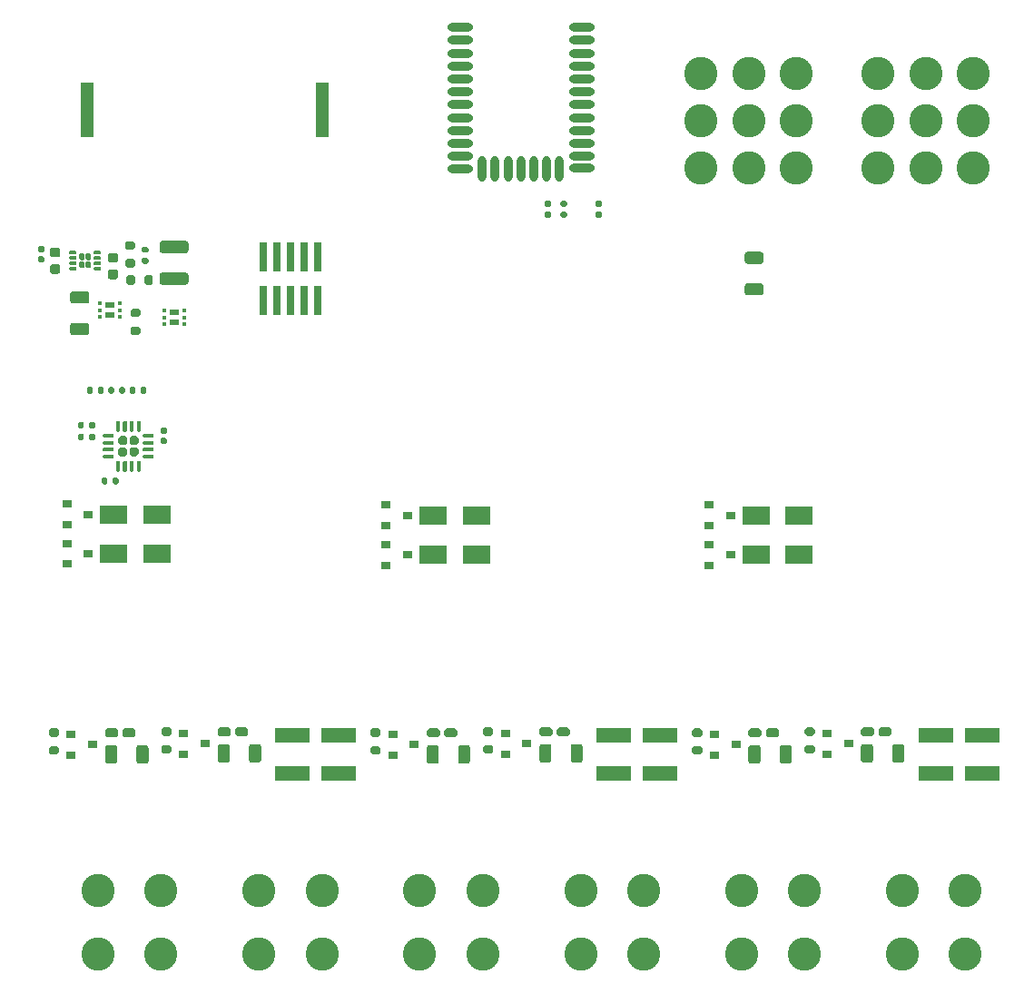
<source format=gbr>
%TF.GenerationSoftware,KiCad,Pcbnew,(5.1.9-0-10_14)*%
%TF.CreationDate,2021-05-26T20:10:19-07:00*%
%TF.ProjectId,tp_radio_board,74705f72-6164-4696-9f5f-626f6172642e,rev?*%
%TF.SameCoordinates,Original*%
%TF.FileFunction,Paste,Top*%
%TF.FilePolarity,Positive*%
%FSLAX46Y46*%
G04 Gerber Fmt 4.6, Leading zero omitted, Abs format (unit mm)*
G04 Created by KiCad (PCBNEW (5.1.9-0-10_14)) date 2021-05-26 20:10:19*
%MOMM*%
%LPD*%
G01*
G04 APERTURE LIST*
%ADD10O,2.400000X0.800000*%
%ADD11O,0.800000X2.400000*%
%ADD12R,0.762000X2.794000*%
%ADD13R,0.900000X0.800000*%
%ADD14C,3.100000*%
%ADD15R,0.950000X0.613000*%
%ADD16R,0.325000X0.300000*%
%ADD17R,3.300000X1.400000*%
%ADD18R,2.500000X1.800000*%
%ADD19R,1.270000X5.080000*%
G04 APERTURE END LIST*
D10*
%TO.C,U1*%
X63850000Y-95550000D03*
X63850000Y-96750000D03*
X63850000Y-97950000D03*
X63850000Y-99150000D03*
X63850000Y-100350000D03*
X63850000Y-101550000D03*
X63850000Y-102750000D03*
X63850000Y-103950000D03*
X63850000Y-105150000D03*
X63850000Y-106350000D03*
X63850000Y-107550000D03*
X63850000Y-108750000D03*
D11*
X65900000Y-108750000D03*
X67100000Y-108750000D03*
X68300000Y-108750000D03*
X69500000Y-108750000D03*
X70700000Y-108750000D03*
X71900000Y-108750000D03*
X73100000Y-108750000D03*
D10*
X75150000Y-108650000D03*
X75150000Y-107550000D03*
X75150000Y-106350000D03*
X75150000Y-105150000D03*
X75150000Y-103950000D03*
X75150000Y-102750000D03*
X75150000Y-101550000D03*
X75150000Y-100350000D03*
X75150000Y-99150000D03*
X75150000Y-97950000D03*
X75150000Y-96750000D03*
X75150000Y-95550000D03*
%TD*%
D12*
%TO.C,J1*%
X45460000Y-121032000D03*
X45460000Y-116968000D03*
X46730000Y-121032000D03*
X46730000Y-116968000D03*
X48000000Y-121032000D03*
X48000000Y-116968000D03*
X49270000Y-121032000D03*
X49270000Y-116968000D03*
X50540000Y-121032000D03*
X50540000Y-116968000D03*
%TD*%
%TO.C,D12*%
G36*
G01*
X102840000Y-161462500D02*
X102840000Y-161037500D01*
G75*
G02*
X103052500Y-160825000I212500J0D01*
G01*
X103852500Y-160825000D01*
G75*
G02*
X104065000Y-161037500I0J-212500D01*
G01*
X104065000Y-161462500D01*
G75*
G02*
X103852500Y-161675000I-212500J0D01*
G01*
X103052500Y-161675000D01*
G75*
G02*
X102840000Y-161462500I0J212500D01*
G01*
G37*
G36*
G01*
X101215000Y-161462500D02*
X101215000Y-161037500D01*
G75*
G02*
X101427500Y-160825000I212500J0D01*
G01*
X102227500Y-160825000D01*
G75*
G02*
X102440000Y-161037500I0J-212500D01*
G01*
X102440000Y-161462500D01*
G75*
G02*
X102227500Y-161675000I-212500J0D01*
G01*
X101427500Y-161675000D01*
G75*
G02*
X101215000Y-161462500I0J212500D01*
G01*
G37*
%TD*%
%TO.C,D11*%
G36*
G01*
X72840000Y-161462500D02*
X72840000Y-161037500D01*
G75*
G02*
X73052500Y-160825000I212500J0D01*
G01*
X73852500Y-160825000D01*
G75*
G02*
X74065000Y-161037500I0J-212500D01*
G01*
X74065000Y-161462500D01*
G75*
G02*
X73852500Y-161675000I-212500J0D01*
G01*
X73052500Y-161675000D01*
G75*
G02*
X72840000Y-161462500I0J212500D01*
G01*
G37*
G36*
G01*
X71215000Y-161462500D02*
X71215000Y-161037500D01*
G75*
G02*
X71427500Y-160825000I212500J0D01*
G01*
X72227500Y-160825000D01*
G75*
G02*
X72440000Y-161037500I0J-212500D01*
G01*
X72440000Y-161462500D01*
G75*
G02*
X72227500Y-161675000I-212500J0D01*
G01*
X71427500Y-161675000D01*
G75*
G02*
X71215000Y-161462500I0J212500D01*
G01*
G37*
%TD*%
%TO.C,D10*%
G36*
G01*
X42840000Y-161462500D02*
X42840000Y-161037500D01*
G75*
G02*
X43052500Y-160825000I212500J0D01*
G01*
X43852500Y-160825000D01*
G75*
G02*
X44065000Y-161037500I0J-212500D01*
G01*
X44065000Y-161462500D01*
G75*
G02*
X43852500Y-161675000I-212500J0D01*
G01*
X43052500Y-161675000D01*
G75*
G02*
X42840000Y-161462500I0J212500D01*
G01*
G37*
G36*
G01*
X41215000Y-161462500D02*
X41215000Y-161037500D01*
G75*
G02*
X41427500Y-160825000I212500J0D01*
G01*
X42227500Y-160825000D01*
G75*
G02*
X42440000Y-161037500I0J-212500D01*
G01*
X42440000Y-161462500D01*
G75*
G02*
X42227500Y-161675000I-212500J0D01*
G01*
X41427500Y-161675000D01*
G75*
G02*
X41215000Y-161462500I0J212500D01*
G01*
G37*
%TD*%
%TO.C,R24*%
G36*
G01*
X42340000Y-162624997D02*
X42340000Y-163875003D01*
G75*
G02*
X42090003Y-164125000I-249997J0D01*
G01*
X41464997Y-164125000D01*
G75*
G02*
X41215000Y-163875003I0J249997D01*
G01*
X41215000Y-162624997D01*
G75*
G02*
X41464997Y-162375000I249997J0D01*
G01*
X42090003Y-162375000D01*
G75*
G02*
X42340000Y-162624997I0J-249997D01*
G01*
G37*
G36*
G01*
X45265000Y-162624997D02*
X45265000Y-163875003D01*
G75*
G02*
X45015003Y-164125000I-249997J0D01*
G01*
X44389997Y-164125000D01*
G75*
G02*
X44140000Y-163875003I0J249997D01*
G01*
X44140000Y-162624997D01*
G75*
G02*
X44389997Y-162375000I249997J0D01*
G01*
X45015003Y-162375000D01*
G75*
G02*
X45265000Y-162624997I0J-249997D01*
G01*
G37*
%TD*%
%TO.C,R26*%
G36*
G01*
X102340000Y-162624997D02*
X102340000Y-163875003D01*
G75*
G02*
X102090003Y-164125000I-249997J0D01*
G01*
X101464997Y-164125000D01*
G75*
G02*
X101215000Y-163875003I0J249997D01*
G01*
X101215000Y-162624997D01*
G75*
G02*
X101464997Y-162375000I249997J0D01*
G01*
X102090003Y-162375000D01*
G75*
G02*
X102340000Y-162624997I0J-249997D01*
G01*
G37*
G36*
G01*
X105265000Y-162624997D02*
X105265000Y-163875003D01*
G75*
G02*
X105015003Y-164125000I-249997J0D01*
G01*
X104389997Y-164125000D01*
G75*
G02*
X104140000Y-163875003I0J249997D01*
G01*
X104140000Y-162624997D01*
G75*
G02*
X104389997Y-162375000I249997J0D01*
G01*
X105015003Y-162375000D01*
G75*
G02*
X105265000Y-162624997I0J-249997D01*
G01*
G37*
%TD*%
%TO.C,R25*%
G36*
G01*
X72340000Y-162624997D02*
X72340000Y-163875003D01*
G75*
G02*
X72090003Y-164125000I-249997J0D01*
G01*
X71464997Y-164125000D01*
G75*
G02*
X71215000Y-163875003I0J249997D01*
G01*
X71215000Y-162624997D01*
G75*
G02*
X71464997Y-162375000I249997J0D01*
G01*
X72090003Y-162375000D01*
G75*
G02*
X72340000Y-162624997I0J-249997D01*
G01*
G37*
G36*
G01*
X75265000Y-162624997D02*
X75265000Y-163875003D01*
G75*
G02*
X75015003Y-164125000I-249997J0D01*
G01*
X74389997Y-164125000D01*
G75*
G02*
X74140000Y-163875003I0J249997D01*
G01*
X74140000Y-162624997D01*
G75*
G02*
X74389997Y-162375000I249997J0D01*
G01*
X75015003Y-162375000D01*
G75*
G02*
X75265000Y-162624997I0J-249997D01*
G01*
G37*
%TD*%
%TO.C,R21*%
G36*
G01*
X36715000Y-161625000D02*
X36165000Y-161625000D01*
G75*
G02*
X35965000Y-161425000I0J200000D01*
G01*
X35965000Y-161025000D01*
G75*
G02*
X36165000Y-160825000I200000J0D01*
G01*
X36715000Y-160825000D01*
G75*
G02*
X36915000Y-161025000I0J-200000D01*
G01*
X36915000Y-161425000D01*
G75*
G02*
X36715000Y-161625000I-200000J0D01*
G01*
G37*
G36*
G01*
X36715000Y-163275000D02*
X36165000Y-163275000D01*
G75*
G02*
X35965000Y-163075000I0J200000D01*
G01*
X35965000Y-162675000D01*
G75*
G02*
X36165000Y-162475000I200000J0D01*
G01*
X36715000Y-162475000D01*
G75*
G02*
X36915000Y-162675000I0J-200000D01*
G01*
X36915000Y-163075000D01*
G75*
G02*
X36715000Y-163275000I-200000J0D01*
G01*
G37*
%TD*%
%TO.C,R23*%
G36*
G01*
X96715000Y-161625000D02*
X96165000Y-161625000D01*
G75*
G02*
X95965000Y-161425000I0J200000D01*
G01*
X95965000Y-161025000D01*
G75*
G02*
X96165000Y-160825000I200000J0D01*
G01*
X96715000Y-160825000D01*
G75*
G02*
X96915000Y-161025000I0J-200000D01*
G01*
X96915000Y-161425000D01*
G75*
G02*
X96715000Y-161625000I-200000J0D01*
G01*
G37*
G36*
G01*
X96715000Y-163275000D02*
X96165000Y-163275000D01*
G75*
G02*
X95965000Y-163075000I0J200000D01*
G01*
X95965000Y-162675000D01*
G75*
G02*
X96165000Y-162475000I200000J0D01*
G01*
X96715000Y-162475000D01*
G75*
G02*
X96915000Y-162675000I0J-200000D01*
G01*
X96915000Y-163075000D01*
G75*
G02*
X96715000Y-163275000I-200000J0D01*
G01*
G37*
%TD*%
%TO.C,R22*%
G36*
G01*
X66715000Y-161625000D02*
X66165000Y-161625000D01*
G75*
G02*
X65965000Y-161425000I0J200000D01*
G01*
X65965000Y-161025000D01*
G75*
G02*
X66165000Y-160825000I200000J0D01*
G01*
X66715000Y-160825000D01*
G75*
G02*
X66915000Y-161025000I0J-200000D01*
G01*
X66915000Y-161425000D01*
G75*
G02*
X66715000Y-161625000I-200000J0D01*
G01*
G37*
G36*
G01*
X66715000Y-163275000D02*
X66165000Y-163275000D01*
G75*
G02*
X65965000Y-163075000I0J200000D01*
G01*
X65965000Y-162675000D01*
G75*
G02*
X66165000Y-162475000I200000J0D01*
G01*
X66715000Y-162475000D01*
G75*
G02*
X66915000Y-162675000I0J-200000D01*
G01*
X66915000Y-163075000D01*
G75*
G02*
X66715000Y-163275000I-200000J0D01*
G01*
G37*
%TD*%
%TO.C,R16*%
G36*
G01*
X31840000Y-162724997D02*
X31840000Y-163975003D01*
G75*
G02*
X31590003Y-164225000I-249997J0D01*
G01*
X30964997Y-164225000D01*
G75*
G02*
X30715000Y-163975003I0J249997D01*
G01*
X30715000Y-162724997D01*
G75*
G02*
X30964997Y-162475000I249997J0D01*
G01*
X31590003Y-162475000D01*
G75*
G02*
X31840000Y-162724997I0J-249997D01*
G01*
G37*
G36*
G01*
X34765000Y-162724997D02*
X34765000Y-163975003D01*
G75*
G02*
X34515003Y-164225000I-249997J0D01*
G01*
X33889997Y-164225000D01*
G75*
G02*
X33640000Y-163975003I0J249997D01*
G01*
X33640000Y-162724997D01*
G75*
G02*
X33889997Y-162475000I249997J0D01*
G01*
X34515003Y-162475000D01*
G75*
G02*
X34765000Y-162724997I0J-249997D01*
G01*
G37*
%TD*%
%TO.C,R18*%
G36*
G01*
X91840000Y-162724997D02*
X91840000Y-163975003D01*
G75*
G02*
X91590003Y-164225000I-249997J0D01*
G01*
X90964997Y-164225000D01*
G75*
G02*
X90715000Y-163975003I0J249997D01*
G01*
X90715000Y-162724997D01*
G75*
G02*
X90964997Y-162475000I249997J0D01*
G01*
X91590003Y-162475000D01*
G75*
G02*
X91840000Y-162724997I0J-249997D01*
G01*
G37*
G36*
G01*
X94765000Y-162724997D02*
X94765000Y-163975003D01*
G75*
G02*
X94515003Y-164225000I-249997J0D01*
G01*
X93889997Y-164225000D01*
G75*
G02*
X93640000Y-163975003I0J249997D01*
G01*
X93640000Y-162724997D01*
G75*
G02*
X93889997Y-162475000I249997J0D01*
G01*
X94515003Y-162475000D01*
G75*
G02*
X94765000Y-162724997I0J-249997D01*
G01*
G37*
%TD*%
%TO.C,R17*%
G36*
G01*
X61840000Y-162724997D02*
X61840000Y-163975003D01*
G75*
G02*
X61590003Y-164225000I-249997J0D01*
G01*
X60964997Y-164225000D01*
G75*
G02*
X60715000Y-163975003I0J249997D01*
G01*
X60715000Y-162724997D01*
G75*
G02*
X60964997Y-162475000I249997J0D01*
G01*
X61590003Y-162475000D01*
G75*
G02*
X61840000Y-162724997I0J-249997D01*
G01*
G37*
G36*
G01*
X64765000Y-162724997D02*
X64765000Y-163975003D01*
G75*
G02*
X64515003Y-164225000I-249997J0D01*
G01*
X63889997Y-164225000D01*
G75*
G02*
X63640000Y-163975003I0J249997D01*
G01*
X63640000Y-162724997D01*
G75*
G02*
X63889997Y-162475000I249997J0D01*
G01*
X64515003Y-162475000D01*
G75*
G02*
X64765000Y-162724997I0J-249997D01*
G01*
G37*
%TD*%
%TO.C,R13*%
G36*
G01*
X26215000Y-161725000D02*
X25665000Y-161725000D01*
G75*
G02*
X25465000Y-161525000I0J200000D01*
G01*
X25465000Y-161125000D01*
G75*
G02*
X25665000Y-160925000I200000J0D01*
G01*
X26215000Y-160925000D01*
G75*
G02*
X26415000Y-161125000I0J-200000D01*
G01*
X26415000Y-161525000D01*
G75*
G02*
X26215000Y-161725000I-200000J0D01*
G01*
G37*
G36*
G01*
X26215000Y-163375000D02*
X25665000Y-163375000D01*
G75*
G02*
X25465000Y-163175000I0J200000D01*
G01*
X25465000Y-162775000D01*
G75*
G02*
X25665000Y-162575000I200000J0D01*
G01*
X26215000Y-162575000D01*
G75*
G02*
X26415000Y-162775000I0J-200000D01*
G01*
X26415000Y-163175000D01*
G75*
G02*
X26215000Y-163375000I-200000J0D01*
G01*
G37*
%TD*%
%TO.C,R15*%
G36*
G01*
X86215000Y-161725000D02*
X85665000Y-161725000D01*
G75*
G02*
X85465000Y-161525000I0J200000D01*
G01*
X85465000Y-161125000D01*
G75*
G02*
X85665000Y-160925000I200000J0D01*
G01*
X86215000Y-160925000D01*
G75*
G02*
X86415000Y-161125000I0J-200000D01*
G01*
X86415000Y-161525000D01*
G75*
G02*
X86215000Y-161725000I-200000J0D01*
G01*
G37*
G36*
G01*
X86215000Y-163375000D02*
X85665000Y-163375000D01*
G75*
G02*
X85465000Y-163175000I0J200000D01*
G01*
X85465000Y-162775000D01*
G75*
G02*
X85665000Y-162575000I200000J0D01*
G01*
X86215000Y-162575000D01*
G75*
G02*
X86415000Y-162775000I0J-200000D01*
G01*
X86415000Y-163175000D01*
G75*
G02*
X86215000Y-163375000I-200000J0D01*
G01*
G37*
%TD*%
%TO.C,R14*%
G36*
G01*
X56215000Y-161725000D02*
X55665000Y-161725000D01*
G75*
G02*
X55465000Y-161525000I0J200000D01*
G01*
X55465000Y-161125000D01*
G75*
G02*
X55665000Y-160925000I200000J0D01*
G01*
X56215000Y-160925000D01*
G75*
G02*
X56415000Y-161125000I0J-200000D01*
G01*
X56415000Y-161525000D01*
G75*
G02*
X56215000Y-161725000I-200000J0D01*
G01*
G37*
G36*
G01*
X56215000Y-163375000D02*
X55665000Y-163375000D01*
G75*
G02*
X55465000Y-163175000I0J200000D01*
G01*
X55465000Y-162775000D01*
G75*
G02*
X55665000Y-162575000I200000J0D01*
G01*
X56215000Y-162575000D01*
G75*
G02*
X56415000Y-162775000I0J-200000D01*
G01*
X56415000Y-163175000D01*
G75*
G02*
X56215000Y-163375000I-200000J0D01*
G01*
G37*
%TD*%
D13*
%TO.C,Q10*%
X40040000Y-162350000D03*
X38040000Y-163300000D03*
X38040000Y-161400000D03*
%TD*%
%TO.C,Q12*%
X100040000Y-162350000D03*
X98040000Y-163300000D03*
X98040000Y-161400000D03*
%TD*%
%TO.C,Q11*%
X70040000Y-162350000D03*
X68040000Y-163300000D03*
X68040000Y-161400000D03*
%TD*%
%TO.C,Q7*%
X29540000Y-162450000D03*
X27540000Y-163400000D03*
X27540000Y-161500000D03*
%TD*%
%TO.C,Q9*%
X89540000Y-162450000D03*
X87540000Y-163400000D03*
X87540000Y-161500000D03*
%TD*%
%TO.C,Q8*%
X59540000Y-162450000D03*
X57540000Y-163400000D03*
X57540000Y-161500000D03*
%TD*%
%TO.C,D7*%
G36*
G01*
X32340000Y-161562500D02*
X32340000Y-161137500D01*
G75*
G02*
X32552500Y-160925000I212500J0D01*
G01*
X33352500Y-160925000D01*
G75*
G02*
X33565000Y-161137500I0J-212500D01*
G01*
X33565000Y-161562500D01*
G75*
G02*
X33352500Y-161775000I-212500J0D01*
G01*
X32552500Y-161775000D01*
G75*
G02*
X32340000Y-161562500I0J212500D01*
G01*
G37*
G36*
G01*
X30715000Y-161562500D02*
X30715000Y-161137500D01*
G75*
G02*
X30927500Y-160925000I212500J0D01*
G01*
X31727500Y-160925000D01*
G75*
G02*
X31940000Y-161137500I0J-212500D01*
G01*
X31940000Y-161562500D01*
G75*
G02*
X31727500Y-161775000I-212500J0D01*
G01*
X30927500Y-161775000D01*
G75*
G02*
X30715000Y-161562500I0J212500D01*
G01*
G37*
%TD*%
%TO.C,D9*%
G36*
G01*
X92340000Y-161562500D02*
X92340000Y-161137500D01*
G75*
G02*
X92552500Y-160925000I212500J0D01*
G01*
X93352500Y-160925000D01*
G75*
G02*
X93565000Y-161137500I0J-212500D01*
G01*
X93565000Y-161562500D01*
G75*
G02*
X93352500Y-161775000I-212500J0D01*
G01*
X92552500Y-161775000D01*
G75*
G02*
X92340000Y-161562500I0J212500D01*
G01*
G37*
G36*
G01*
X90715000Y-161562500D02*
X90715000Y-161137500D01*
G75*
G02*
X90927500Y-160925000I212500J0D01*
G01*
X91727500Y-160925000D01*
G75*
G02*
X91940000Y-161137500I0J-212500D01*
G01*
X91940000Y-161562500D01*
G75*
G02*
X91727500Y-161775000I-212500J0D01*
G01*
X90927500Y-161775000D01*
G75*
G02*
X90715000Y-161562500I0J212500D01*
G01*
G37*
%TD*%
%TO.C,D8*%
G36*
G01*
X62340000Y-161562500D02*
X62340000Y-161137500D01*
G75*
G02*
X62552500Y-160925000I212500J0D01*
G01*
X63352500Y-160925000D01*
G75*
G02*
X63565000Y-161137500I0J-212500D01*
G01*
X63565000Y-161562500D01*
G75*
G02*
X63352500Y-161775000I-212500J0D01*
G01*
X62552500Y-161775000D01*
G75*
G02*
X62340000Y-161562500I0J212500D01*
G01*
G37*
G36*
G01*
X60715000Y-161562500D02*
X60715000Y-161137500D01*
G75*
G02*
X60927500Y-160925000I212500J0D01*
G01*
X61727500Y-160925000D01*
G75*
G02*
X61940000Y-161137500I0J-212500D01*
G01*
X61940000Y-161562500D01*
G75*
G02*
X61727500Y-161775000I-212500J0D01*
G01*
X60927500Y-161775000D01*
G75*
G02*
X60715000Y-161562500I0J212500D01*
G01*
G37*
%TD*%
D14*
%TO.C,J10*%
X90750000Y-104250000D03*
X90750000Y-108685000D03*
X86315000Y-104250000D03*
X90750000Y-99815000D03*
X95185000Y-104250000D03*
X86315000Y-99815000D03*
X95185000Y-99815000D03*
X95185000Y-108685000D03*
X86315000Y-108685000D03*
%TD*%
%TO.C,J8*%
X107250000Y-104250000D03*
X107250000Y-108685000D03*
X102815000Y-104250000D03*
X107250000Y-99815000D03*
X111685000Y-104250000D03*
X102815000Y-99815000D03*
X111685000Y-99815000D03*
X111685000Y-108685000D03*
X102815000Y-108685000D03*
%TD*%
%TO.C,J7*%
X105065000Y-176065000D03*
X110935000Y-176065000D03*
X110935000Y-181935000D03*
X105065000Y-181935000D03*
%TD*%
%TO.C,J6*%
X75065000Y-176065000D03*
X80935000Y-176065000D03*
X80935000Y-181935000D03*
X75065000Y-181935000D03*
%TD*%
%TO.C,J5*%
X45065000Y-176065000D03*
X50935000Y-176065000D03*
X50935000Y-181935000D03*
X45065000Y-181935000D03*
%TD*%
%TO.C,J4*%
X90065000Y-176065000D03*
X95935000Y-176065000D03*
X95935000Y-181935000D03*
X90065000Y-181935000D03*
%TD*%
%TO.C,J3*%
X60065000Y-176065000D03*
X65935000Y-176065000D03*
X65935000Y-181935000D03*
X60065000Y-181935000D03*
%TD*%
%TO.C,J2*%
X30065000Y-176065000D03*
X35935000Y-176065000D03*
X35935000Y-181935000D03*
X30065000Y-181935000D03*
%TD*%
%TO.C,R20*%
G36*
G01*
X91875003Y-117600000D02*
X90624997Y-117600000D01*
G75*
G02*
X90375000Y-117350003I0J249997D01*
G01*
X90375000Y-116724997D01*
G75*
G02*
X90624997Y-116475000I249997J0D01*
G01*
X91875003Y-116475000D01*
G75*
G02*
X92125000Y-116724997I0J-249997D01*
G01*
X92125000Y-117350003D01*
G75*
G02*
X91875003Y-117600000I-249997J0D01*
G01*
G37*
G36*
G01*
X91875003Y-120525000D02*
X90624997Y-120525000D01*
G75*
G02*
X90375000Y-120275003I0J249997D01*
G01*
X90375000Y-119649997D01*
G75*
G02*
X90624997Y-119400000I249997J0D01*
G01*
X91875003Y-119400000D01*
G75*
G02*
X92125000Y-119649997I0J-249997D01*
G01*
X92125000Y-120275003D01*
G75*
G02*
X91875003Y-120525000I-249997J0D01*
G01*
G37*
%TD*%
%TO.C,R19*%
G36*
G01*
X76935000Y-112260000D02*
X76565000Y-112260000D01*
G75*
G02*
X76430000Y-112125000I0J135000D01*
G01*
X76430000Y-111855000D01*
G75*
G02*
X76565000Y-111720000I135000J0D01*
G01*
X76935000Y-111720000D01*
G75*
G02*
X77070000Y-111855000I0J-135000D01*
G01*
X77070000Y-112125000D01*
G75*
G02*
X76935000Y-112260000I-135000J0D01*
G01*
G37*
G36*
G01*
X76935000Y-113280000D02*
X76565000Y-113280000D01*
G75*
G02*
X76430000Y-113145000I0J135000D01*
G01*
X76430000Y-112875000D01*
G75*
G02*
X76565000Y-112740000I135000J0D01*
G01*
X76935000Y-112740000D01*
G75*
G02*
X77070000Y-112875000I0J-135000D01*
G01*
X77070000Y-113145000D01*
G75*
G02*
X76935000Y-113280000I-135000J0D01*
G01*
G37*
%TD*%
D15*
%TO.C,U6*%
X37150000Y-122133500D03*
X37150000Y-123066500D03*
D16*
X38075000Y-121950000D03*
X38075000Y-123250000D03*
X38075000Y-122600000D03*
X36225000Y-123250000D03*
X36225000Y-122600000D03*
X36225000Y-121950000D03*
%TD*%
D15*
%TO.C,U5*%
X31150000Y-121433500D03*
X31150000Y-122366500D03*
D16*
X32075000Y-121250000D03*
X32075000Y-122550000D03*
X32075000Y-121900000D03*
X30225000Y-122550000D03*
X30225000Y-121900000D03*
X30225000Y-121250000D03*
%TD*%
%TO.C,U4*%
G36*
G01*
X28890000Y-117870000D02*
X28890000Y-117480000D01*
G75*
G02*
X29020000Y-117350000I130000J0D01*
G01*
X29280000Y-117350000D01*
G75*
G02*
X29410000Y-117480000I0J-130000D01*
G01*
X29410000Y-117870000D01*
G75*
G02*
X29280000Y-118000000I-130000J0D01*
G01*
X29020000Y-118000000D01*
G75*
G02*
X28890000Y-117870000I0J130000D01*
G01*
G37*
G36*
G01*
X28890000Y-117120000D02*
X28890000Y-116730000D01*
G75*
G02*
X29020000Y-116600000I130000J0D01*
G01*
X29280000Y-116600000D01*
G75*
G02*
X29410000Y-116730000I0J-130000D01*
G01*
X29410000Y-117120000D01*
G75*
G02*
X29280000Y-117250000I-130000J0D01*
G01*
X29020000Y-117250000D01*
G75*
G02*
X28890000Y-117120000I0J130000D01*
G01*
G37*
G36*
G01*
X28290000Y-117870000D02*
X28290000Y-117480000D01*
G75*
G02*
X28420000Y-117350000I130000J0D01*
G01*
X28680000Y-117350000D01*
G75*
G02*
X28810000Y-117480000I0J-130000D01*
G01*
X28810000Y-117870000D01*
G75*
G02*
X28680000Y-118000000I-130000J0D01*
G01*
X28420000Y-118000000D01*
G75*
G02*
X28290000Y-117870000I0J130000D01*
G01*
G37*
G36*
G01*
X28290000Y-117120000D02*
X28290000Y-116730000D01*
G75*
G02*
X28420000Y-116600000I130000J0D01*
G01*
X28680000Y-116600000D01*
G75*
G02*
X28810000Y-116730000I0J-130000D01*
G01*
X28810000Y-117120000D01*
G75*
G02*
X28680000Y-117250000I-130000J0D01*
G01*
X28420000Y-117250000D01*
G75*
G02*
X28290000Y-117120000I0J130000D01*
G01*
G37*
G36*
G01*
X29650000Y-116637500D02*
X29650000Y-116462500D01*
G75*
G02*
X29737500Y-116375000I87500J0D01*
G01*
X30237500Y-116375000D01*
G75*
G02*
X30325000Y-116462500I0J-87500D01*
G01*
X30325000Y-116637500D01*
G75*
G02*
X30237500Y-116725000I-87500J0D01*
G01*
X29737500Y-116725000D01*
G75*
G02*
X29650000Y-116637500I0J87500D01*
G01*
G37*
G36*
G01*
X29650000Y-117137500D02*
X29650000Y-116962500D01*
G75*
G02*
X29737500Y-116875000I87500J0D01*
G01*
X30237500Y-116875000D01*
G75*
G02*
X30325000Y-116962500I0J-87500D01*
G01*
X30325000Y-117137500D01*
G75*
G02*
X30237500Y-117225000I-87500J0D01*
G01*
X29737500Y-117225000D01*
G75*
G02*
X29650000Y-117137500I0J87500D01*
G01*
G37*
G36*
G01*
X29650000Y-117637500D02*
X29650000Y-117462500D01*
G75*
G02*
X29737500Y-117375000I87500J0D01*
G01*
X30237500Y-117375000D01*
G75*
G02*
X30325000Y-117462500I0J-87500D01*
G01*
X30325000Y-117637500D01*
G75*
G02*
X30237500Y-117725000I-87500J0D01*
G01*
X29737500Y-117725000D01*
G75*
G02*
X29650000Y-117637500I0J87500D01*
G01*
G37*
G36*
G01*
X29650000Y-118137500D02*
X29650000Y-117962500D01*
G75*
G02*
X29737500Y-117875000I87500J0D01*
G01*
X30237500Y-117875000D01*
G75*
G02*
X30325000Y-117962500I0J-87500D01*
G01*
X30325000Y-118137500D01*
G75*
G02*
X30237500Y-118225000I-87500J0D01*
G01*
X29737500Y-118225000D01*
G75*
G02*
X29650000Y-118137500I0J87500D01*
G01*
G37*
G36*
G01*
X27375000Y-118137500D02*
X27375000Y-117962500D01*
G75*
G02*
X27462500Y-117875000I87500J0D01*
G01*
X27962500Y-117875000D01*
G75*
G02*
X28050000Y-117962500I0J-87500D01*
G01*
X28050000Y-118137500D01*
G75*
G02*
X27962500Y-118225000I-87500J0D01*
G01*
X27462500Y-118225000D01*
G75*
G02*
X27375000Y-118137500I0J87500D01*
G01*
G37*
G36*
G01*
X27375000Y-117637500D02*
X27375000Y-117462500D01*
G75*
G02*
X27462500Y-117375000I87500J0D01*
G01*
X27962500Y-117375000D01*
G75*
G02*
X28050000Y-117462500I0J-87500D01*
G01*
X28050000Y-117637500D01*
G75*
G02*
X27962500Y-117725000I-87500J0D01*
G01*
X27462500Y-117725000D01*
G75*
G02*
X27375000Y-117637500I0J87500D01*
G01*
G37*
G36*
G01*
X27375000Y-117137500D02*
X27375000Y-116962500D01*
G75*
G02*
X27462500Y-116875000I87500J0D01*
G01*
X27962500Y-116875000D01*
G75*
G02*
X28050000Y-116962500I0J-87500D01*
G01*
X28050000Y-117137500D01*
G75*
G02*
X27962500Y-117225000I-87500J0D01*
G01*
X27462500Y-117225000D01*
G75*
G02*
X27375000Y-117137500I0J87500D01*
G01*
G37*
G36*
G01*
X27375000Y-116637500D02*
X27375000Y-116462500D01*
G75*
G02*
X27462500Y-116375000I87500J0D01*
G01*
X27962500Y-116375000D01*
G75*
G02*
X28050000Y-116462500I0J-87500D01*
G01*
X28050000Y-116637500D01*
G75*
G02*
X27962500Y-116725000I-87500J0D01*
G01*
X27462500Y-116725000D01*
G75*
G02*
X27375000Y-116637500I0J87500D01*
G01*
G37*
%TD*%
%TO.C,R30*%
G36*
G01*
X33525000Y-118825000D02*
X33525000Y-119375000D01*
G75*
G02*
X33325000Y-119575000I-200000J0D01*
G01*
X32925000Y-119575000D01*
G75*
G02*
X32725000Y-119375000I0J200000D01*
G01*
X32725000Y-118825000D01*
G75*
G02*
X32925000Y-118625000I200000J0D01*
G01*
X33325000Y-118625000D01*
G75*
G02*
X33525000Y-118825000I0J-200000D01*
G01*
G37*
G36*
G01*
X35175000Y-118825000D02*
X35175000Y-119375000D01*
G75*
G02*
X34975000Y-119575000I-200000J0D01*
G01*
X34575000Y-119575000D01*
G75*
G02*
X34375000Y-119375000I0J200000D01*
G01*
X34375000Y-118825000D01*
G75*
G02*
X34575000Y-118625000I200000J0D01*
G01*
X34975000Y-118625000D01*
G75*
G02*
X35175000Y-118825000I0J-200000D01*
G01*
G37*
%TD*%
%TO.C,R29*%
G36*
G01*
X32775000Y-117125000D02*
X33325000Y-117125000D01*
G75*
G02*
X33525000Y-117325000I0J-200000D01*
G01*
X33525000Y-117725000D01*
G75*
G02*
X33325000Y-117925000I-200000J0D01*
G01*
X32775000Y-117925000D01*
G75*
G02*
X32575000Y-117725000I0J200000D01*
G01*
X32575000Y-117325000D01*
G75*
G02*
X32775000Y-117125000I200000J0D01*
G01*
G37*
G36*
G01*
X32775000Y-115475000D02*
X33325000Y-115475000D01*
G75*
G02*
X33525000Y-115675000I0J-200000D01*
G01*
X33525000Y-116075000D01*
G75*
G02*
X33325000Y-116275000I-200000J0D01*
G01*
X32775000Y-116275000D01*
G75*
G02*
X32575000Y-116075000I0J200000D01*
G01*
X32575000Y-115675000D01*
G75*
G02*
X32775000Y-115475000I200000J0D01*
G01*
G37*
%TD*%
%TO.C,R28*%
G36*
G01*
X33825000Y-122575000D02*
X33275000Y-122575000D01*
G75*
G02*
X33075000Y-122375000I0J200000D01*
G01*
X33075000Y-121975000D01*
G75*
G02*
X33275000Y-121775000I200000J0D01*
G01*
X33825000Y-121775000D01*
G75*
G02*
X34025000Y-121975000I0J-200000D01*
G01*
X34025000Y-122375000D01*
G75*
G02*
X33825000Y-122575000I-200000J0D01*
G01*
G37*
G36*
G01*
X33825000Y-124225000D02*
X33275000Y-124225000D01*
G75*
G02*
X33075000Y-124025000I0J200000D01*
G01*
X33075000Y-123625000D01*
G75*
G02*
X33275000Y-123425000I200000J0D01*
G01*
X33825000Y-123425000D01*
G75*
G02*
X34025000Y-123625000I0J-200000D01*
G01*
X34025000Y-124025000D01*
G75*
G02*
X33825000Y-124225000I-200000J0D01*
G01*
G37*
%TD*%
%TO.C,R27*%
G36*
G01*
X34265000Y-117040000D02*
X34635000Y-117040000D01*
G75*
G02*
X34770000Y-117175000I0J-135000D01*
G01*
X34770000Y-117445000D01*
G75*
G02*
X34635000Y-117580000I-135000J0D01*
G01*
X34265000Y-117580000D01*
G75*
G02*
X34130000Y-117445000I0J135000D01*
G01*
X34130000Y-117175000D01*
G75*
G02*
X34265000Y-117040000I135000J0D01*
G01*
G37*
G36*
G01*
X34265000Y-116020000D02*
X34635000Y-116020000D01*
G75*
G02*
X34770000Y-116155000I0J-135000D01*
G01*
X34770000Y-116425000D01*
G75*
G02*
X34635000Y-116560000I-135000J0D01*
G01*
X34265000Y-116560000D01*
G75*
G02*
X34130000Y-116425000I0J135000D01*
G01*
X34130000Y-116155000D01*
G75*
G02*
X34265000Y-116020000I135000J0D01*
G01*
G37*
%TD*%
%TO.C,R12*%
G36*
G01*
X29225000Y-133920000D02*
X29225000Y-133550000D01*
G75*
G02*
X29360000Y-133415000I135000J0D01*
G01*
X29630000Y-133415000D01*
G75*
G02*
X29765000Y-133550000I0J-135000D01*
G01*
X29765000Y-133920000D01*
G75*
G02*
X29630000Y-134055000I-135000J0D01*
G01*
X29360000Y-134055000D01*
G75*
G02*
X29225000Y-133920000I0J135000D01*
G01*
G37*
G36*
G01*
X28205000Y-133920000D02*
X28205000Y-133550000D01*
G75*
G02*
X28340000Y-133415000I135000J0D01*
G01*
X28610000Y-133415000D01*
G75*
G02*
X28745000Y-133550000I0J-135000D01*
G01*
X28745000Y-133920000D01*
G75*
G02*
X28610000Y-134055000I-135000J0D01*
G01*
X28340000Y-134055000D01*
G75*
G02*
X28205000Y-133920000I0J135000D01*
G01*
G37*
%TD*%
%TO.C,R11*%
G36*
G01*
X29225000Y-132820000D02*
X29225000Y-132450000D01*
G75*
G02*
X29360000Y-132315000I135000J0D01*
G01*
X29630000Y-132315000D01*
G75*
G02*
X29765000Y-132450000I0J-135000D01*
G01*
X29765000Y-132820000D01*
G75*
G02*
X29630000Y-132955000I-135000J0D01*
G01*
X29360000Y-132955000D01*
G75*
G02*
X29225000Y-132820000I0J135000D01*
G01*
G37*
G36*
G01*
X28205000Y-132820000D02*
X28205000Y-132450000D01*
G75*
G02*
X28340000Y-132315000I135000J0D01*
G01*
X28610000Y-132315000D01*
G75*
G02*
X28745000Y-132450000I0J-135000D01*
G01*
X28745000Y-132820000D01*
G75*
G02*
X28610000Y-132955000I-135000J0D01*
G01*
X28340000Y-132955000D01*
G75*
G02*
X28205000Y-132820000I0J135000D01*
G01*
G37*
%TD*%
%TO.C,R10*%
G36*
G01*
X30035000Y-129570000D02*
X30035000Y-129200000D01*
G75*
G02*
X30170000Y-129065000I135000J0D01*
G01*
X30440000Y-129065000D01*
G75*
G02*
X30575000Y-129200000I0J-135000D01*
G01*
X30575000Y-129570000D01*
G75*
G02*
X30440000Y-129705000I-135000J0D01*
G01*
X30170000Y-129705000D01*
G75*
G02*
X30035000Y-129570000I0J135000D01*
G01*
G37*
G36*
G01*
X29015000Y-129570000D02*
X29015000Y-129200000D01*
G75*
G02*
X29150000Y-129065000I135000J0D01*
G01*
X29420000Y-129065000D01*
G75*
G02*
X29555000Y-129200000I0J-135000D01*
G01*
X29555000Y-129570000D01*
G75*
G02*
X29420000Y-129705000I-135000J0D01*
G01*
X29150000Y-129705000D01*
G75*
G02*
X29015000Y-129570000I0J135000D01*
G01*
G37*
%TD*%
%TO.C,R9*%
G36*
G01*
X31425000Y-138020000D02*
X31425000Y-137650000D01*
G75*
G02*
X31560000Y-137515000I135000J0D01*
G01*
X31830000Y-137515000D01*
G75*
G02*
X31965000Y-137650000I0J-135000D01*
G01*
X31965000Y-138020000D01*
G75*
G02*
X31830000Y-138155000I-135000J0D01*
G01*
X31560000Y-138155000D01*
G75*
G02*
X31425000Y-138020000I0J135000D01*
G01*
G37*
G36*
G01*
X30405000Y-138020000D02*
X30405000Y-137650000D01*
G75*
G02*
X30540000Y-137515000I135000J0D01*
G01*
X30810000Y-137515000D01*
G75*
G02*
X30945000Y-137650000I0J-135000D01*
G01*
X30945000Y-138020000D01*
G75*
G02*
X30810000Y-138155000I-135000J0D01*
G01*
X30540000Y-138155000D01*
G75*
G02*
X30405000Y-138020000I0J135000D01*
G01*
G37*
%TD*%
%TO.C,R8*%
G36*
G01*
X32035000Y-129570000D02*
X32035000Y-129200000D01*
G75*
G02*
X32170000Y-129065000I135000J0D01*
G01*
X32440000Y-129065000D01*
G75*
G02*
X32575000Y-129200000I0J-135000D01*
G01*
X32575000Y-129570000D01*
G75*
G02*
X32440000Y-129705000I-135000J0D01*
G01*
X32170000Y-129705000D01*
G75*
G02*
X32035000Y-129570000I0J135000D01*
G01*
G37*
G36*
G01*
X31015000Y-129570000D02*
X31015000Y-129200000D01*
G75*
G02*
X31150000Y-129065000I135000J0D01*
G01*
X31420000Y-129065000D01*
G75*
G02*
X31555000Y-129200000I0J-135000D01*
G01*
X31555000Y-129570000D01*
G75*
G02*
X31420000Y-129705000I-135000J0D01*
G01*
X31150000Y-129705000D01*
G75*
G02*
X31015000Y-129570000I0J135000D01*
G01*
G37*
%TD*%
%TO.C,R7*%
G36*
G01*
X34035000Y-129570000D02*
X34035000Y-129200000D01*
G75*
G02*
X34170000Y-129065000I135000J0D01*
G01*
X34440000Y-129065000D01*
G75*
G02*
X34575000Y-129200000I0J-135000D01*
G01*
X34575000Y-129570000D01*
G75*
G02*
X34440000Y-129705000I-135000J0D01*
G01*
X34170000Y-129705000D01*
G75*
G02*
X34035000Y-129570000I0J135000D01*
G01*
G37*
G36*
G01*
X33015000Y-129570000D02*
X33015000Y-129200000D01*
G75*
G02*
X33150000Y-129065000I135000J0D01*
G01*
X33420000Y-129065000D01*
G75*
G02*
X33555000Y-129200000I0J-135000D01*
G01*
X33555000Y-129570000D01*
G75*
G02*
X33420000Y-129705000I-135000J0D01*
G01*
X33150000Y-129705000D01*
G75*
G02*
X33015000Y-129570000I0J135000D01*
G01*
G37*
%TD*%
D17*
%TO.C,R4*%
X52490000Y-161550000D03*
X52490000Y-165150000D03*
X48190000Y-161550000D03*
X48190000Y-165150000D03*
%TD*%
%TO.C,R5*%
X82490000Y-161550000D03*
X82490000Y-165150000D03*
X78190000Y-161550000D03*
X78190000Y-165150000D03*
%TD*%
%TO.C,R3*%
G36*
G01*
X73685000Y-112260000D02*
X73315000Y-112260000D01*
G75*
G02*
X73180000Y-112125000I0J135000D01*
G01*
X73180000Y-111855000D01*
G75*
G02*
X73315000Y-111720000I135000J0D01*
G01*
X73685000Y-111720000D01*
G75*
G02*
X73820000Y-111855000I0J-135000D01*
G01*
X73820000Y-112125000D01*
G75*
G02*
X73685000Y-112260000I-135000J0D01*
G01*
G37*
G36*
G01*
X73685000Y-113280000D02*
X73315000Y-113280000D01*
G75*
G02*
X73180000Y-113145000I0J135000D01*
G01*
X73180000Y-112875000D01*
G75*
G02*
X73315000Y-112740000I135000J0D01*
G01*
X73685000Y-112740000D01*
G75*
G02*
X73820000Y-112875000I0J-135000D01*
G01*
X73820000Y-113145000D01*
G75*
G02*
X73685000Y-113280000I-135000J0D01*
G01*
G37*
%TD*%
%TO.C,R2*%
G36*
G01*
X71815000Y-112740000D02*
X72185000Y-112740000D01*
G75*
G02*
X72320000Y-112875000I0J-135000D01*
G01*
X72320000Y-113145000D01*
G75*
G02*
X72185000Y-113280000I-135000J0D01*
G01*
X71815000Y-113280000D01*
G75*
G02*
X71680000Y-113145000I0J135000D01*
G01*
X71680000Y-112875000D01*
G75*
G02*
X71815000Y-112740000I135000J0D01*
G01*
G37*
G36*
G01*
X71815000Y-111720000D02*
X72185000Y-111720000D01*
G75*
G02*
X72320000Y-111855000I0J-135000D01*
G01*
X72320000Y-112125000D01*
G75*
G02*
X72185000Y-112260000I-135000J0D01*
G01*
X71815000Y-112260000D01*
G75*
G02*
X71680000Y-112125000I0J135000D01*
G01*
X71680000Y-111855000D01*
G75*
G02*
X71815000Y-111720000I135000J0D01*
G01*
G37*
%TD*%
D13*
%TO.C,Q6*%
X89040000Y-141050000D03*
X87040000Y-142000000D03*
X87040000Y-140100000D03*
%TD*%
%TO.C,Q3*%
X89040000Y-144750000D03*
X87040000Y-145700000D03*
X87040000Y-143800000D03*
%TD*%
%TO.C,Q4*%
X29140000Y-140950000D03*
X27140000Y-141900000D03*
X27140000Y-140000000D03*
%TD*%
%TO.C,Q1*%
X29140000Y-144650000D03*
X27140000Y-145600000D03*
X27140000Y-143700000D03*
%TD*%
D18*
%TO.C,D6*%
X91440000Y-141050000D03*
X95440000Y-141050000D03*
%TD*%
%TO.C,D3*%
X91440000Y-144750000D03*
X95440000Y-144750000D03*
%TD*%
%TO.C,D4*%
X31540000Y-140950000D03*
X35540000Y-140950000D03*
%TD*%
%TO.C,D1*%
X31540000Y-144650000D03*
X35540000Y-144650000D03*
%TD*%
%TO.C,C7*%
G36*
G01*
X36049999Y-118400000D02*
X38250001Y-118400000D01*
G75*
G02*
X38500000Y-118649999I0J-249999D01*
G01*
X38500000Y-119300001D01*
G75*
G02*
X38250001Y-119550000I-249999J0D01*
G01*
X36049999Y-119550000D01*
G75*
G02*
X35800000Y-119300001I0J249999D01*
G01*
X35800000Y-118649999D01*
G75*
G02*
X36049999Y-118400000I249999J0D01*
G01*
G37*
G36*
G01*
X36049999Y-115450000D02*
X38250001Y-115450000D01*
G75*
G02*
X38500000Y-115699999I0J-249999D01*
G01*
X38500000Y-116350001D01*
G75*
G02*
X38250001Y-116600000I-249999J0D01*
G01*
X36049999Y-116600000D01*
G75*
G02*
X35800000Y-116350001I0J249999D01*
G01*
X35800000Y-115699999D01*
G75*
G02*
X36049999Y-115450000I249999J0D01*
G01*
G37*
%TD*%
%TO.C,C6*%
G36*
G01*
X31200000Y-118125000D02*
X31700000Y-118125000D01*
G75*
G02*
X31925000Y-118350000I0J-225000D01*
G01*
X31925000Y-118800000D01*
G75*
G02*
X31700000Y-119025000I-225000J0D01*
G01*
X31200000Y-119025000D01*
G75*
G02*
X30975000Y-118800000I0J225000D01*
G01*
X30975000Y-118350000D01*
G75*
G02*
X31200000Y-118125000I225000J0D01*
G01*
G37*
G36*
G01*
X31200000Y-116575000D02*
X31700000Y-116575000D01*
G75*
G02*
X31925000Y-116800000I0J-225000D01*
G01*
X31925000Y-117250000D01*
G75*
G02*
X31700000Y-117475000I-225000J0D01*
G01*
X31200000Y-117475000D01*
G75*
G02*
X30975000Y-117250000I0J225000D01*
G01*
X30975000Y-116800000D01*
G75*
G02*
X31200000Y-116575000I225000J0D01*
G01*
G37*
%TD*%
%TO.C,C5*%
G36*
G01*
X25800000Y-117625000D02*
X26300000Y-117625000D01*
G75*
G02*
X26525000Y-117850000I0J-225000D01*
G01*
X26525000Y-118300000D01*
G75*
G02*
X26300000Y-118525000I-225000J0D01*
G01*
X25800000Y-118525000D01*
G75*
G02*
X25575000Y-118300000I0J225000D01*
G01*
X25575000Y-117850000D01*
G75*
G02*
X25800000Y-117625000I225000J0D01*
G01*
G37*
G36*
G01*
X25800000Y-116075000D02*
X26300000Y-116075000D01*
G75*
G02*
X26525000Y-116300000I0J-225000D01*
G01*
X26525000Y-116750000D01*
G75*
G02*
X26300000Y-116975000I-225000J0D01*
G01*
X25800000Y-116975000D01*
G75*
G02*
X25575000Y-116750000I0J225000D01*
G01*
X25575000Y-116300000D01*
G75*
G02*
X25800000Y-116075000I225000J0D01*
G01*
G37*
%TD*%
%TO.C,C4*%
G36*
G01*
X27699999Y-123100000D02*
X29000001Y-123100000D01*
G75*
G02*
X29250000Y-123349999I0J-249999D01*
G01*
X29250000Y-124000001D01*
G75*
G02*
X29000001Y-124250000I-249999J0D01*
G01*
X27699999Y-124250000D01*
G75*
G02*
X27450000Y-124000001I0J249999D01*
G01*
X27450000Y-123349999D01*
G75*
G02*
X27699999Y-123100000I249999J0D01*
G01*
G37*
G36*
G01*
X27699999Y-120150000D02*
X29000001Y-120150000D01*
G75*
G02*
X29250000Y-120399999I0J-249999D01*
G01*
X29250000Y-121050001D01*
G75*
G02*
X29000001Y-121300000I-249999J0D01*
G01*
X27699999Y-121300000D01*
G75*
G02*
X27450000Y-121050001I0J249999D01*
G01*
X27450000Y-120399999D01*
G75*
G02*
X27699999Y-120150000I249999J0D01*
G01*
G37*
%TD*%
%TO.C,C3*%
G36*
G01*
X24580000Y-116900000D02*
X24920000Y-116900000D01*
G75*
G02*
X25060000Y-117040000I0J-140000D01*
G01*
X25060000Y-117320000D01*
G75*
G02*
X24920000Y-117460000I-140000J0D01*
G01*
X24580000Y-117460000D01*
G75*
G02*
X24440000Y-117320000I0J140000D01*
G01*
X24440000Y-117040000D01*
G75*
G02*
X24580000Y-116900000I140000J0D01*
G01*
G37*
G36*
G01*
X24580000Y-115940000D02*
X24920000Y-115940000D01*
G75*
G02*
X25060000Y-116080000I0J-140000D01*
G01*
X25060000Y-116360000D01*
G75*
G02*
X24920000Y-116500000I-140000J0D01*
G01*
X24580000Y-116500000D01*
G75*
G02*
X24440000Y-116360000I0J140000D01*
G01*
X24440000Y-116080000D01*
G75*
G02*
X24580000Y-115940000I140000J0D01*
G01*
G37*
%TD*%
%TO.C,C2*%
G36*
G01*
X36355000Y-133435000D02*
X36015000Y-133435000D01*
G75*
G02*
X35875000Y-133295000I0J140000D01*
G01*
X35875000Y-133015000D01*
G75*
G02*
X36015000Y-132875000I140000J0D01*
G01*
X36355000Y-132875000D01*
G75*
G02*
X36495000Y-133015000I0J-140000D01*
G01*
X36495000Y-133295000D01*
G75*
G02*
X36355000Y-133435000I-140000J0D01*
G01*
G37*
G36*
G01*
X36355000Y-134395000D02*
X36015000Y-134395000D01*
G75*
G02*
X35875000Y-134255000I0J140000D01*
G01*
X35875000Y-133975000D01*
G75*
G02*
X36015000Y-133835000I140000J0D01*
G01*
X36355000Y-133835000D01*
G75*
G02*
X36495000Y-133975000I0J-140000D01*
G01*
X36495000Y-134255000D01*
G75*
G02*
X36355000Y-134395000I-140000J0D01*
G01*
G37*
%TD*%
D19*
%TO.C,BT1*%
X50985000Y-103250000D03*
X29015000Y-103250000D03*
%TD*%
%TO.C,U2*%
G36*
G01*
X32785000Y-133867500D02*
X32785000Y-134292500D01*
G75*
G02*
X32572500Y-134505000I-212500J0D01*
G01*
X32147500Y-134505000D01*
G75*
G02*
X31935000Y-134292500I0J212500D01*
G01*
X31935000Y-133867500D01*
G75*
G02*
X32147500Y-133655000I212500J0D01*
G01*
X32572500Y-133655000D01*
G75*
G02*
X32785000Y-133867500I0J-212500D01*
G01*
G37*
G36*
G01*
X32785000Y-134917500D02*
X32785000Y-135342500D01*
G75*
G02*
X32572500Y-135555000I-212500J0D01*
G01*
X32147500Y-135555000D01*
G75*
G02*
X31935000Y-135342500I0J212500D01*
G01*
X31935000Y-134917500D01*
G75*
G02*
X32147500Y-134705000I212500J0D01*
G01*
X32572500Y-134705000D01*
G75*
G02*
X32785000Y-134917500I0J-212500D01*
G01*
G37*
G36*
G01*
X33835000Y-133867500D02*
X33835000Y-134292500D01*
G75*
G02*
X33622500Y-134505000I-212500J0D01*
G01*
X33197500Y-134505000D01*
G75*
G02*
X32985000Y-134292500I0J212500D01*
G01*
X32985000Y-133867500D01*
G75*
G02*
X33197500Y-133655000I212500J0D01*
G01*
X33622500Y-133655000D01*
G75*
G02*
X33835000Y-133867500I0J-212500D01*
G01*
G37*
G36*
G01*
X33835000Y-134917500D02*
X33835000Y-135342500D01*
G75*
G02*
X33622500Y-135555000I-212500J0D01*
G01*
X33197500Y-135555000D01*
G75*
G02*
X32985000Y-135342500I0J212500D01*
G01*
X32985000Y-134917500D01*
G75*
G02*
X33197500Y-134705000I212500J0D01*
G01*
X33622500Y-134705000D01*
G75*
G02*
X33835000Y-134917500I0J-212500D01*
G01*
G37*
G36*
G01*
X34035000Y-136042500D02*
X34035000Y-136892500D01*
G75*
G02*
X33947500Y-136980000I-87500J0D01*
G01*
X33772500Y-136980000D01*
G75*
G02*
X33685000Y-136892500I0J87500D01*
G01*
X33685000Y-136042500D01*
G75*
G02*
X33772500Y-135955000I87500J0D01*
G01*
X33947500Y-135955000D01*
G75*
G02*
X34035000Y-136042500I0J-87500D01*
G01*
G37*
G36*
G01*
X33385000Y-136042500D02*
X33385000Y-136892500D01*
G75*
G02*
X33297500Y-136980000I-87500J0D01*
G01*
X33122500Y-136980000D01*
G75*
G02*
X33035000Y-136892500I0J87500D01*
G01*
X33035000Y-136042500D01*
G75*
G02*
X33122500Y-135955000I87500J0D01*
G01*
X33297500Y-135955000D01*
G75*
G02*
X33385000Y-136042500I0J-87500D01*
G01*
G37*
G36*
G01*
X32735000Y-136042500D02*
X32735000Y-136892500D01*
G75*
G02*
X32647500Y-136980000I-87500J0D01*
G01*
X32472500Y-136980000D01*
G75*
G02*
X32385000Y-136892500I0J87500D01*
G01*
X32385000Y-136042500D01*
G75*
G02*
X32472500Y-135955000I87500J0D01*
G01*
X32647500Y-135955000D01*
G75*
G02*
X32735000Y-136042500I0J-87500D01*
G01*
G37*
G36*
G01*
X32085000Y-136042500D02*
X32085000Y-136892500D01*
G75*
G02*
X31997500Y-136980000I-87500J0D01*
G01*
X31822500Y-136980000D01*
G75*
G02*
X31735000Y-136892500I0J87500D01*
G01*
X31735000Y-136042500D01*
G75*
G02*
X31822500Y-135955000I87500J0D01*
G01*
X31997500Y-135955000D01*
G75*
G02*
X32085000Y-136042500I0J-87500D01*
G01*
G37*
G36*
G01*
X31535000Y-135492500D02*
X31535000Y-135667500D01*
G75*
G02*
X31447500Y-135755000I-87500J0D01*
G01*
X30597500Y-135755000D01*
G75*
G02*
X30510000Y-135667500I0J87500D01*
G01*
X30510000Y-135492500D01*
G75*
G02*
X30597500Y-135405000I87500J0D01*
G01*
X31447500Y-135405000D01*
G75*
G02*
X31535000Y-135492500I0J-87500D01*
G01*
G37*
G36*
G01*
X31535000Y-134842500D02*
X31535000Y-135017500D01*
G75*
G02*
X31447500Y-135105000I-87500J0D01*
G01*
X30597500Y-135105000D01*
G75*
G02*
X30510000Y-135017500I0J87500D01*
G01*
X30510000Y-134842500D01*
G75*
G02*
X30597500Y-134755000I87500J0D01*
G01*
X31447500Y-134755000D01*
G75*
G02*
X31535000Y-134842500I0J-87500D01*
G01*
G37*
G36*
G01*
X31535000Y-134192500D02*
X31535000Y-134367500D01*
G75*
G02*
X31447500Y-134455000I-87500J0D01*
G01*
X30597500Y-134455000D01*
G75*
G02*
X30510000Y-134367500I0J87500D01*
G01*
X30510000Y-134192500D01*
G75*
G02*
X30597500Y-134105000I87500J0D01*
G01*
X31447500Y-134105000D01*
G75*
G02*
X31535000Y-134192500I0J-87500D01*
G01*
G37*
G36*
G01*
X31535000Y-133542500D02*
X31535000Y-133717500D01*
G75*
G02*
X31447500Y-133805000I-87500J0D01*
G01*
X30597500Y-133805000D01*
G75*
G02*
X30510000Y-133717500I0J87500D01*
G01*
X30510000Y-133542500D01*
G75*
G02*
X30597500Y-133455000I87500J0D01*
G01*
X31447500Y-133455000D01*
G75*
G02*
X31535000Y-133542500I0J-87500D01*
G01*
G37*
G36*
G01*
X32085000Y-132317500D02*
X32085000Y-133167500D01*
G75*
G02*
X31997500Y-133255000I-87500J0D01*
G01*
X31822500Y-133255000D01*
G75*
G02*
X31735000Y-133167500I0J87500D01*
G01*
X31735000Y-132317500D01*
G75*
G02*
X31822500Y-132230000I87500J0D01*
G01*
X31997500Y-132230000D01*
G75*
G02*
X32085000Y-132317500I0J-87500D01*
G01*
G37*
G36*
G01*
X32735000Y-132317500D02*
X32735000Y-133167500D01*
G75*
G02*
X32647500Y-133255000I-87500J0D01*
G01*
X32472500Y-133255000D01*
G75*
G02*
X32385000Y-133167500I0J87500D01*
G01*
X32385000Y-132317500D01*
G75*
G02*
X32472500Y-132230000I87500J0D01*
G01*
X32647500Y-132230000D01*
G75*
G02*
X32735000Y-132317500I0J-87500D01*
G01*
G37*
G36*
G01*
X33385000Y-132317500D02*
X33385000Y-133167500D01*
G75*
G02*
X33297500Y-133255000I-87500J0D01*
G01*
X33122500Y-133255000D01*
G75*
G02*
X33035000Y-133167500I0J87500D01*
G01*
X33035000Y-132317500D01*
G75*
G02*
X33122500Y-132230000I87500J0D01*
G01*
X33297500Y-132230000D01*
G75*
G02*
X33385000Y-132317500I0J-87500D01*
G01*
G37*
G36*
G01*
X34035000Y-132317500D02*
X34035000Y-133167500D01*
G75*
G02*
X33947500Y-133255000I-87500J0D01*
G01*
X33772500Y-133255000D01*
G75*
G02*
X33685000Y-133167500I0J87500D01*
G01*
X33685000Y-132317500D01*
G75*
G02*
X33772500Y-132230000I87500J0D01*
G01*
X33947500Y-132230000D01*
G75*
G02*
X34035000Y-132317500I0J-87500D01*
G01*
G37*
G36*
G01*
X35260000Y-133542500D02*
X35260000Y-133717500D01*
G75*
G02*
X35172500Y-133805000I-87500J0D01*
G01*
X34322500Y-133805000D01*
G75*
G02*
X34235000Y-133717500I0J87500D01*
G01*
X34235000Y-133542500D01*
G75*
G02*
X34322500Y-133455000I87500J0D01*
G01*
X35172500Y-133455000D01*
G75*
G02*
X35260000Y-133542500I0J-87500D01*
G01*
G37*
G36*
G01*
X35260000Y-134192500D02*
X35260000Y-134367500D01*
G75*
G02*
X35172500Y-134455000I-87500J0D01*
G01*
X34322500Y-134455000D01*
G75*
G02*
X34235000Y-134367500I0J87500D01*
G01*
X34235000Y-134192500D01*
G75*
G02*
X34322500Y-134105000I87500J0D01*
G01*
X35172500Y-134105000D01*
G75*
G02*
X35260000Y-134192500I0J-87500D01*
G01*
G37*
G36*
G01*
X35260000Y-134842500D02*
X35260000Y-135017500D01*
G75*
G02*
X35172500Y-135105000I-87500J0D01*
G01*
X34322500Y-135105000D01*
G75*
G02*
X34235000Y-135017500I0J87500D01*
G01*
X34235000Y-134842500D01*
G75*
G02*
X34322500Y-134755000I87500J0D01*
G01*
X35172500Y-134755000D01*
G75*
G02*
X35260000Y-134842500I0J-87500D01*
G01*
G37*
G36*
G01*
X35260000Y-135492500D02*
X35260000Y-135667500D01*
G75*
G02*
X35172500Y-135755000I-87500J0D01*
G01*
X34322500Y-135755000D01*
G75*
G02*
X34235000Y-135667500I0J87500D01*
G01*
X34235000Y-135492500D01*
G75*
G02*
X34322500Y-135405000I87500J0D01*
G01*
X35172500Y-135405000D01*
G75*
G02*
X35260000Y-135492500I0J-87500D01*
G01*
G37*
%TD*%
D17*
%TO.C,R6*%
X112490000Y-161550000D03*
X112490000Y-165150000D03*
X108190000Y-161550000D03*
X108190000Y-165150000D03*
%TD*%
D13*
%TO.C,Q5*%
X58940000Y-141050000D03*
X56940000Y-142000000D03*
X56940000Y-140100000D03*
%TD*%
%TO.C,Q2*%
X58940000Y-144750000D03*
X56940000Y-145700000D03*
X56940000Y-143800000D03*
%TD*%
D18*
%TO.C,D5*%
X61340000Y-141050000D03*
X65340000Y-141050000D03*
%TD*%
%TO.C,D2*%
X61340000Y-144750000D03*
X65340000Y-144750000D03*
%TD*%
M02*

</source>
